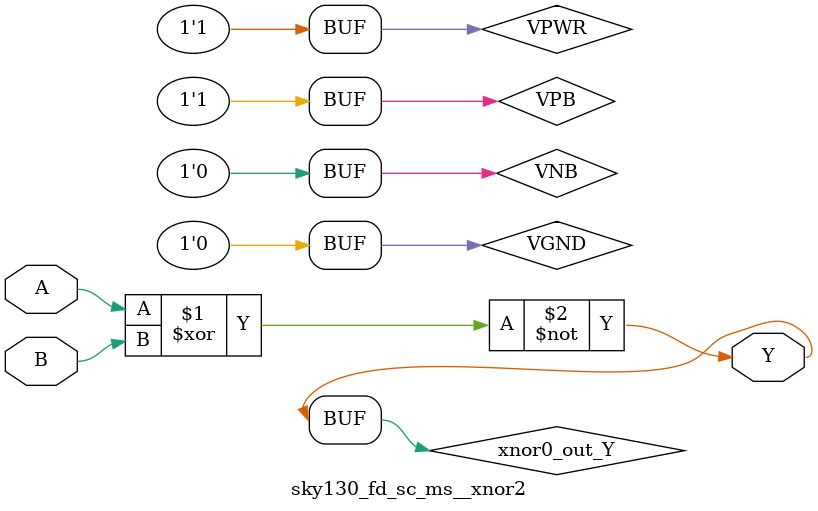
<source format=v>
/*
 * Copyright 2020 The SkyWater PDK Authors
 *
 * Licensed under the Apache License, Version 2.0 (the "License");
 * you may not use this file except in compliance with the License.
 * You may obtain a copy of the License at
 *
 *     https://www.apache.org/licenses/LICENSE-2.0
 *
 * Unless required by applicable law or agreed to in writing, software
 * distributed under the License is distributed on an "AS IS" BASIS,
 * WITHOUT WARRANTIES OR CONDITIONS OF ANY KIND, either express or implied.
 * See the License for the specific language governing permissions and
 * limitations under the License.
 *
 * SPDX-License-Identifier: Apache-2.0
*/


`ifndef SKY130_FD_SC_MS__XNOR2_BEHAVIORAL_V
`define SKY130_FD_SC_MS__XNOR2_BEHAVIORAL_V

/**
 * xnor2: 2-input exclusive NOR.
 *
 *        Y = !(A ^ B)
 *
 * Verilog simulation functional model.
 */

`timescale 1ns / 1ps
`default_nettype none

`celldefine
module sky130_fd_sc_ms__xnor2 (
    Y,
    A,
    B
);

    // Module ports
    output Y;
    input  A;
    input  B;

    // Module supplies
    supply1 VPWR;
    supply0 VGND;
    supply1 VPB ;
    supply0 VNB ;

    // Local signals
    wire xnor0_out_Y;

    //   Name   Output       Other arguments
    xnor xnor0 (xnor0_out_Y, A, B           );
    buf  buf0  (Y          , xnor0_out_Y    );

endmodule
`endcelldefine

`default_nettype wire
`endif  // SKY130_FD_SC_MS__XNOR2_BEHAVIORAL_V
</source>
